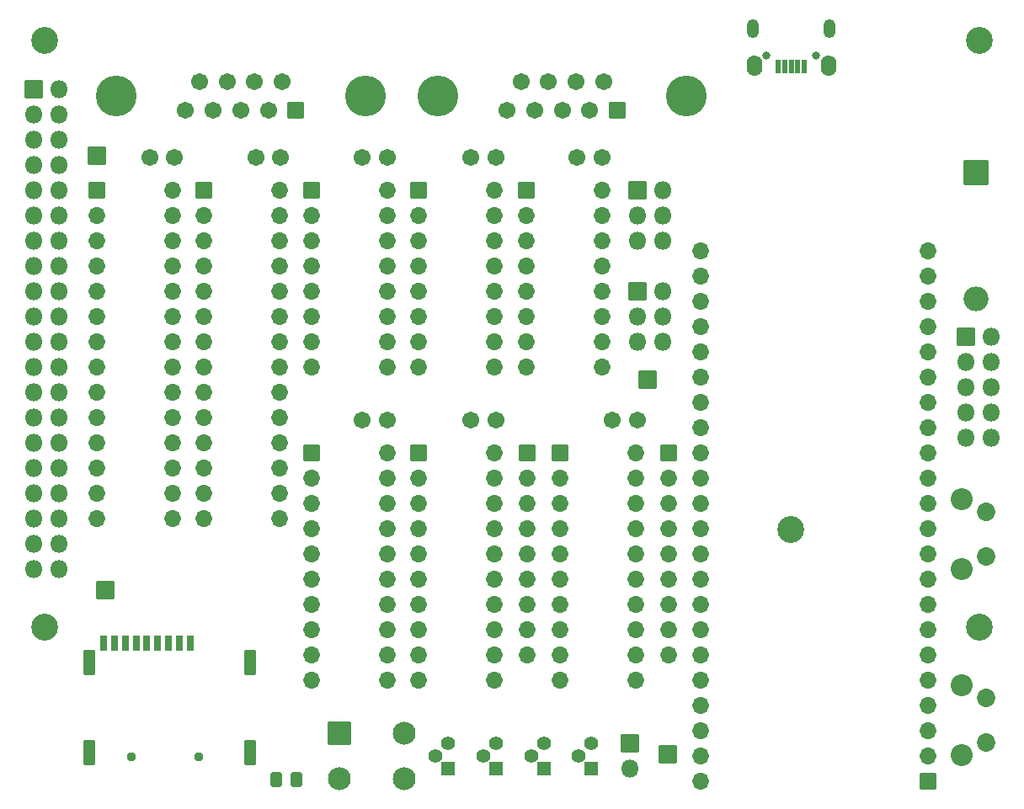
<source format=gts>
G04 #@! TF.GenerationSoftware,KiCad,Pcbnew,7.0.2*
G04 #@! TF.CreationDate,2023-06-21T14:39:40-07:00*
G04 #@! TF.ProjectId,ESP32_Interface,45535033-325f-4496-9e74-657266616365,1*
G04 #@! TF.SameCoordinates,Original*
G04 #@! TF.FileFunction,Soldermask,Top*
G04 #@! TF.FilePolarity,Negative*
%FSLAX46Y46*%
G04 Gerber Fmt 4.6, Leading zero omitted, Abs format (unit mm)*
G04 Created by KiCad (PCBNEW 7.0.2) date 2023-06-21 14:39:40*
%MOMM*%
%LPD*%
G01*
G04 APERTURE LIST*
G04 Aperture macros list*
%AMRoundRect*
0 Rectangle with rounded corners*
0 $1 Rounding radius*
0 $2 $3 $4 $5 $6 $7 $8 $9 X,Y pos of 4 corners*
0 Add a 4 corners polygon primitive as box body*
4,1,4,$2,$3,$4,$5,$6,$7,$8,$9,$2,$3,0*
0 Add four circle primitives for the rounded corners*
1,1,$1+$1,$2,$3*
1,1,$1+$1,$4,$5*
1,1,$1+$1,$6,$7*
1,1,$1+$1,$8,$9*
0 Add four rect primitives between the rounded corners*
20,1,$1+$1,$2,$3,$4,$5,0*
20,1,$1+$1,$4,$5,$6,$7,0*
20,1,$1+$1,$6,$7,$8,$9,0*
20,1,$1+$1,$8,$9,$2,$3,0*%
G04 Aperture macros list end*
%ADD10C,2.700000*%
%ADD11C,4.102000*%
%ADD12RoundRect,0.051000X0.800000X0.800000X-0.800000X0.800000X-0.800000X-0.800000X0.800000X-0.800000X0*%
%ADD13C,1.702000*%
%ADD14RoundRect,0.051000X0.650000X-0.650000X0.650000X0.650000X-0.650000X0.650000X-0.650000X-0.650000X0*%
%ADD15C,1.402000*%
%ADD16RoundRect,0.051000X-0.850000X-0.850000X0.850000X-0.850000X0.850000X0.850000X-0.850000X0.850000X0*%
%ADD17C,1.852000*%
%ADD18C,2.202000*%
%ADD19RoundRect,0.051000X-0.800000X-0.800000X0.800000X-0.800000X0.800000X0.800000X-0.800000X0.800000X0*%
%ADD20O,1.702000X1.702000*%
%ADD21RoundRect,0.051000X-1.200000X1.200000X-1.200000X-1.200000X1.200000X-1.200000X1.200000X1.200000X0*%
%ADD22O,2.502000X2.502000*%
%ADD23RoundRect,0.051000X-0.800000X0.800000X-0.800000X-0.800000X0.800000X-0.800000X0.800000X0.800000X0*%
%ADD24C,0.950000*%
%ADD25RoundRect,0.051000X-0.310000X-0.700000X0.310000X-0.700000X0.310000X0.700000X-0.310000X0.700000X0*%
%ADD26RoundRect,0.051000X-0.550000X-1.200000X0.550000X-1.200000X0.550000X1.200000X-0.550000X1.200000X0*%
%ADD27O,0.800000X0.800000*%
%ADD28RoundRect,0.051000X0.225000X0.650000X-0.225000X0.650000X-0.225000X-0.650000X0.225000X-0.650000X0*%
%ADD29O,1.252000X1.902000*%
%ADD30O,1.552000X2.102000*%
%ADD31RoundRect,0.051000X-1.100000X-1.100000X1.100000X-1.100000X1.100000X1.100000X-1.100000X1.100000X0*%
%ADD32C,2.302000*%
%ADD33O,1.802000X1.802000*%
%ADD34RoundRect,0.051000X0.800000X-0.800000X0.800000X0.800000X-0.800000X0.800000X-0.800000X-0.800000X0*%
%ADD35RoundRect,0.301000X-0.325000X-0.450000X0.325000X-0.450000X0.325000X0.450000X-0.325000X0.450000X0*%
%ADD36RoundRect,0.051000X0.850000X0.850000X-0.850000X0.850000X-0.850000X-0.850000X0.850000X-0.850000X0*%
G04 APERTURE END LIST*
D10*
X88000000Y-58000000D03*
X182000000Y-58000000D03*
X88000000Y-117000000D03*
X182000000Y-117000000D03*
X163000000Y-107190000D03*
D11*
X120206000Y-63604000D03*
X95206000Y-63604000D03*
D12*
X113246000Y-65024000D03*
D13*
X110476000Y-65024000D03*
X107706000Y-65024000D03*
X104936000Y-65024000D03*
X102166000Y-65024000D03*
X111861000Y-62184000D03*
X109091000Y-62184000D03*
X106321000Y-62184000D03*
X103551000Y-62184000D03*
D11*
X152527500Y-63604000D03*
X127527500Y-63604000D03*
D12*
X145567500Y-65024000D03*
D13*
X142797500Y-65024000D03*
X140027500Y-65024000D03*
X137257500Y-65024000D03*
X134487500Y-65024000D03*
X144182500Y-62184000D03*
X141412500Y-62184000D03*
X138642500Y-62184000D03*
X135872500Y-62184000D03*
D14*
X128524000Y-131268000D03*
D15*
X127254000Y-129988000D03*
X128524000Y-128728000D03*
D13*
X122414000Y-69770000D03*
X119914000Y-69770000D03*
D16*
X150622000Y-129794000D03*
D17*
X182680580Y-124137000D03*
X182680580Y-128637000D03*
D18*
X180190580Y-122887000D03*
X180190580Y-129897000D03*
D19*
X103999000Y-73072000D03*
D20*
X103999000Y-75612000D03*
X103999000Y-78152000D03*
X103999000Y-80692000D03*
X103999000Y-83232000D03*
X103999000Y-85772000D03*
X103999000Y-88312000D03*
X103999000Y-90852000D03*
X103999000Y-93392000D03*
X103999000Y-95932000D03*
X103999000Y-98472000D03*
X103999000Y-101012000D03*
X103999000Y-103552000D03*
X103999000Y-106092000D03*
X111619000Y-106092000D03*
X111619000Y-103552000D03*
X111619000Y-101012000D03*
X111619000Y-98472000D03*
X111619000Y-95932000D03*
X111619000Y-93392000D03*
X111619000Y-90852000D03*
X111619000Y-88312000D03*
X111619000Y-85772000D03*
X111619000Y-83232000D03*
X111619000Y-80692000D03*
X111619000Y-78152000D03*
X111619000Y-75612000D03*
X111619000Y-73072000D03*
D13*
X122414000Y-96186000D03*
X119914000Y-96186000D03*
D21*
X181596000Y-71294000D03*
D22*
X181596000Y-83994000D03*
D23*
X150735000Y-99488000D03*
D20*
X150735000Y-102028000D03*
X150735000Y-104568000D03*
X150735000Y-107108000D03*
X150735000Y-109648000D03*
X150735000Y-112188000D03*
X150735000Y-114728000D03*
X150735000Y-117268000D03*
X150735000Y-119808000D03*
D19*
X136384000Y-73072000D03*
D20*
X136384000Y-75612000D03*
X136384000Y-78152000D03*
X136384000Y-80692000D03*
X136384000Y-83232000D03*
X136384000Y-85772000D03*
X136384000Y-88312000D03*
X136384000Y-90852000D03*
X144004000Y-90852000D03*
X144004000Y-88312000D03*
X144004000Y-85772000D03*
X144004000Y-83232000D03*
X144004000Y-80692000D03*
X144004000Y-78152000D03*
X144004000Y-75612000D03*
X144004000Y-73072000D03*
D19*
X125589000Y-73072000D03*
D20*
X125589000Y-75612000D03*
X125589000Y-78152000D03*
X125589000Y-80692000D03*
X125589000Y-83232000D03*
X125589000Y-85772000D03*
X125589000Y-88312000D03*
X125589000Y-90852000D03*
X133209000Y-90852000D03*
X133209000Y-88312000D03*
X133209000Y-85772000D03*
X133209000Y-83232000D03*
X133209000Y-80692000D03*
X133209000Y-78152000D03*
X133209000Y-75612000D03*
X133209000Y-73072000D03*
D19*
X139813000Y-99488000D03*
D20*
X139813000Y-102028000D03*
X139813000Y-104568000D03*
X139813000Y-107108000D03*
X139813000Y-109648000D03*
X139813000Y-112188000D03*
X139813000Y-114728000D03*
X139813000Y-117268000D03*
X139813000Y-119808000D03*
X139813000Y-122348000D03*
X147433000Y-122348000D03*
X147433000Y-119808000D03*
X147433000Y-117268000D03*
X147433000Y-114728000D03*
X147433000Y-112188000D03*
X147433000Y-109648000D03*
X147433000Y-107108000D03*
X147433000Y-104568000D03*
X147433000Y-102028000D03*
X147433000Y-99488000D03*
D24*
X96695000Y-130021500D03*
X103495000Y-130021500D03*
D25*
X102675000Y-118601500D03*
X101575000Y-118601500D03*
X100475000Y-118601500D03*
X99375000Y-118601500D03*
X98275000Y-118601500D03*
X97175000Y-118601500D03*
X96075000Y-118601500D03*
X94975000Y-118601500D03*
X93875000Y-118601500D03*
D26*
X92495000Y-129601500D03*
X92495000Y-120601500D03*
X108645000Y-120601500D03*
X108645000Y-129601500D03*
D13*
X147560000Y-96186000D03*
X145060000Y-96186000D03*
D23*
X136511000Y-99488000D03*
D20*
X136511000Y-102028000D03*
X136511000Y-104568000D03*
X136511000Y-107108000D03*
X136511000Y-109648000D03*
X136511000Y-112188000D03*
X136511000Y-114728000D03*
X136511000Y-117268000D03*
X136511000Y-119808000D03*
D14*
X133350000Y-131238000D03*
D15*
X132080000Y-129958000D03*
X133350000Y-128698000D03*
D27*
X165554000Y-59539400D03*
X160554000Y-59539400D03*
D28*
X164354000Y-60639400D03*
X163704000Y-60639400D03*
X163054000Y-60639400D03*
X162404000Y-60639400D03*
X161754000Y-60639400D03*
D29*
X166929000Y-56789400D03*
D30*
X166779000Y-60589400D03*
X159329000Y-60589400D03*
D29*
X159179000Y-56789400D03*
D13*
X98558000Y-69770000D03*
X101058000Y-69770000D03*
D16*
X93204000Y-69596000D03*
D14*
X138176000Y-131238000D03*
D15*
X136906000Y-129958000D03*
X138176000Y-128698000D03*
D31*
X117654000Y-127718000D03*
D32*
X124154000Y-127718000D03*
X117654000Y-132218000D03*
X124154000Y-132218000D03*
D19*
X125589000Y-99488000D03*
D20*
X125589000Y-102028000D03*
X125589000Y-104568000D03*
X125589000Y-107108000D03*
X125589000Y-109648000D03*
X125589000Y-112188000D03*
X125589000Y-114728000D03*
X125589000Y-117268000D03*
X125589000Y-119808000D03*
X125589000Y-122348000D03*
X133209000Y-122348000D03*
X133209000Y-119808000D03*
X133209000Y-117268000D03*
X133209000Y-114728000D03*
X133209000Y-112188000D03*
X133209000Y-109648000D03*
X133209000Y-107108000D03*
X133209000Y-104568000D03*
X133209000Y-102028000D03*
X133209000Y-99488000D03*
D16*
X147560000Y-73072000D03*
D33*
X150100000Y-73072000D03*
X147560000Y-75612000D03*
X150100000Y-75612000D03*
X147560000Y-78152000D03*
X150100000Y-78152000D03*
D19*
X114794000Y-99488000D03*
D20*
X114794000Y-102028000D03*
X114794000Y-104568000D03*
X114794000Y-107108000D03*
X114794000Y-109648000D03*
X114794000Y-112188000D03*
X114794000Y-114728000D03*
X114794000Y-117268000D03*
X114794000Y-119808000D03*
X114794000Y-122348000D03*
X122414000Y-122348000D03*
X122414000Y-119808000D03*
X122414000Y-117268000D03*
X122414000Y-114728000D03*
X122414000Y-112188000D03*
X122414000Y-109648000D03*
X122414000Y-107108000D03*
X122414000Y-104568000D03*
X122414000Y-102028000D03*
X122414000Y-99488000D03*
D34*
X176770000Y-132508000D03*
D20*
X176770000Y-129968000D03*
X176770000Y-127428000D03*
X176770000Y-124888000D03*
X176770000Y-122348000D03*
X176770000Y-119808000D03*
X176770000Y-117268000D03*
X176770000Y-114728000D03*
X176770000Y-112188000D03*
X176770000Y-109648000D03*
X176770000Y-107108000D03*
X176770000Y-104568000D03*
X176770000Y-102028000D03*
X176770000Y-99488000D03*
X176770000Y-96948000D03*
X176770000Y-94408000D03*
X176770000Y-91868000D03*
X176770000Y-89328000D03*
X176770000Y-86788000D03*
X176773680Y-84250720D03*
X176773680Y-81710720D03*
X176773680Y-79170720D03*
X153910000Y-79168000D03*
X153910000Y-81708000D03*
X153910000Y-84248000D03*
X153910000Y-86788000D03*
X153910000Y-89328000D03*
X153910000Y-91868000D03*
X153910000Y-94408000D03*
X153910000Y-96948000D03*
X153910000Y-99488000D03*
X153910000Y-102028000D03*
X153910000Y-104568000D03*
X153910000Y-107108000D03*
X153910000Y-109648000D03*
X153910000Y-112188000D03*
X153910000Y-114728000D03*
X153910000Y-117268000D03*
X153910000Y-119808000D03*
X153910000Y-122348000D03*
X153910000Y-124888000D03*
X153910000Y-127428000D03*
X153910000Y-129968000D03*
X153910000Y-132508000D03*
D16*
X94107000Y-113284000D03*
D19*
X114794000Y-73072000D03*
D20*
X114794000Y-75612000D03*
X114794000Y-78152000D03*
X114794000Y-80692000D03*
X114794000Y-83232000D03*
X114794000Y-85772000D03*
X114794000Y-88312000D03*
X114794000Y-90852000D03*
X122414000Y-90852000D03*
X122414000Y-88312000D03*
X122414000Y-85772000D03*
X122414000Y-83232000D03*
X122414000Y-80692000D03*
X122414000Y-78152000D03*
X122414000Y-75612000D03*
X122414000Y-73072000D03*
D16*
X148576000Y-92122000D03*
X180575000Y-87809000D03*
D33*
X183115000Y-87809000D03*
X180575000Y-90349000D03*
X183115000Y-90349000D03*
X180575000Y-92889000D03*
X183115000Y-92889000D03*
X180575000Y-95429000D03*
X183115000Y-95429000D03*
X180575000Y-97969000D03*
X183115000Y-97969000D03*
D14*
X142944000Y-131238000D03*
D15*
X141674000Y-129958000D03*
X142944000Y-128698000D03*
D35*
X111243000Y-132334000D03*
X113293000Y-132334000D03*
D13*
X133336000Y-96186000D03*
X130836000Y-96186000D03*
D17*
X182681500Y-105412000D03*
X182681500Y-109912000D03*
D18*
X180191500Y-104162000D03*
X180191500Y-111172000D03*
D19*
X93204000Y-73072000D03*
D20*
X93204000Y-75612000D03*
X93204000Y-78152000D03*
X93204000Y-80692000D03*
X93204000Y-83232000D03*
X93204000Y-85772000D03*
X93204000Y-88312000D03*
X93204000Y-90852000D03*
X93204000Y-93392000D03*
X93204000Y-95932000D03*
X93204000Y-98472000D03*
X93204000Y-101012000D03*
X93204000Y-103552000D03*
X93204000Y-106092000D03*
X100824000Y-106092000D03*
X100824000Y-103552000D03*
X100824000Y-101012000D03*
X100824000Y-98472000D03*
X100824000Y-95932000D03*
X100824000Y-93392000D03*
X100824000Y-90852000D03*
X100824000Y-88312000D03*
X100824000Y-85772000D03*
X100824000Y-83232000D03*
X100824000Y-80692000D03*
X100824000Y-78152000D03*
X100824000Y-75612000D03*
X100824000Y-73072000D03*
D13*
X144004000Y-69770000D03*
X141504000Y-69770000D03*
D16*
X146812000Y-128693000D03*
D33*
X146812000Y-131233000D03*
D13*
X133336000Y-69770000D03*
X130836000Y-69770000D03*
D16*
X147555000Y-83247000D03*
D33*
X150095000Y-83247000D03*
X147555000Y-85787000D03*
X150095000Y-85787000D03*
X147555000Y-88327000D03*
X150095000Y-88327000D03*
D13*
X109226000Y-69770000D03*
X111726000Y-69770000D03*
D36*
X86854000Y-62912000D03*
D33*
X86854000Y-65452000D03*
X86854000Y-67992000D03*
X86854000Y-70532000D03*
X86854000Y-73072000D03*
X86854000Y-75612000D03*
X86854000Y-78152000D03*
X86854000Y-80692000D03*
X86854000Y-83232000D03*
X86854000Y-85772000D03*
X86854000Y-88312000D03*
X86854000Y-90852000D03*
X86854000Y-93392000D03*
X86854000Y-95932000D03*
X86854000Y-98472000D03*
X86854000Y-101012000D03*
X86854000Y-103552000D03*
X86854000Y-106092000D03*
X86854000Y-108632000D03*
X86854000Y-111172000D03*
X89394000Y-111172000D03*
X89394000Y-108632000D03*
X89394000Y-106092000D03*
X89394000Y-103552000D03*
X89394000Y-101012000D03*
X89394000Y-98472000D03*
X89394000Y-95932000D03*
X89394000Y-93392000D03*
X89394000Y-90852000D03*
X89394000Y-88312000D03*
X89394000Y-85772000D03*
X89394000Y-83232000D03*
X89394000Y-80692000D03*
X89394000Y-78152000D03*
X89394000Y-75612000D03*
X89394000Y-73072000D03*
X89394000Y-70532000D03*
X89394000Y-67992000D03*
X89394000Y-65452000D03*
X89394000Y-62912000D03*
M02*

</source>
